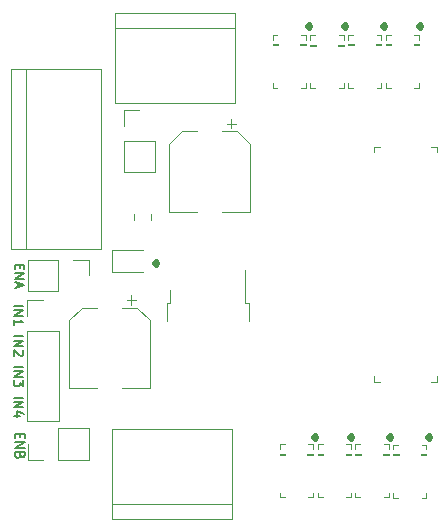
<source format=gbr>
G04 #@! TF.GenerationSoftware,KiCad,Pcbnew,5.1.5-52549c5~86~ubuntu16.04.1*
G04 #@! TF.CreationDate,2020-07-28T14:01:40+05:30*
G04 #@! TF.ProjectId,L298N_Motor_Driver_V1.0,4c323938-4e5f-44d6-9f74-6f725f447269,V1.0*
G04 #@! TF.SameCoordinates,Original*
G04 #@! TF.FileFunction,Legend,Top*
G04 #@! TF.FilePolarity,Positive*
%FSLAX46Y46*%
G04 Gerber Fmt 4.6, Leading zero omitted, Abs format (unit mm)*
G04 Created by KiCad (PCBNEW 5.1.5-52549c5~86~ubuntu16.04.1) date 2020-07-28 14:01:40*
%MOMM*%
%LPD*%
G04 APERTURE LIST*
%ADD10C,0.450000*%
%ADD11C,0.150000*%
%ADD12C,0.100000*%
%ADD13C,0.120000*%
G04 APERTURE END LIST*
D10*
X131064000Y-92003428D02*
X131206857Y-92146285D01*
X131064000Y-92289142D01*
X130921142Y-92146285D01*
X131064000Y-92003428D01*
X131064000Y-92289142D01*
X144526000Y-106735428D02*
X144668857Y-106878285D01*
X144526000Y-107021142D01*
X144383142Y-106878285D01*
X144526000Y-106735428D01*
X144526000Y-107021142D01*
X147574000Y-106735428D02*
X147716857Y-106878285D01*
X147574000Y-107021142D01*
X147431142Y-106878285D01*
X147574000Y-106735428D01*
X147574000Y-107021142D01*
X154178000Y-106735428D02*
X154320857Y-106878285D01*
X154178000Y-107021142D01*
X154035142Y-106878285D01*
X154178000Y-106735428D01*
X154178000Y-107021142D01*
X150876000Y-106735428D02*
X151018857Y-106878285D01*
X150876000Y-107021142D01*
X150733142Y-106878285D01*
X150876000Y-106735428D01*
X150876000Y-107021142D01*
X144018000Y-71937428D02*
X144160857Y-72080285D01*
X144018000Y-72223142D01*
X143875142Y-72080285D01*
X144018000Y-71937428D01*
X144018000Y-72223142D01*
X147066000Y-71937428D02*
X147208857Y-72080285D01*
X147066000Y-72223142D01*
X146923142Y-72080285D01*
X147066000Y-71937428D01*
X147066000Y-72223142D01*
X150368000Y-71937428D02*
X150510857Y-72080285D01*
X150368000Y-72223142D01*
X150225142Y-72080285D01*
X150368000Y-71937428D01*
X150368000Y-72223142D01*
X153416000Y-71937428D02*
X153558857Y-72080285D01*
X153416000Y-72223142D01*
X153273142Y-72080285D01*
X153416000Y-71937428D01*
X153416000Y-72223142D01*
D11*
X119564142Y-92310066D02*
X119564142Y-92576733D01*
X119145095Y-92691019D02*
X119145095Y-92310066D01*
X119945095Y-92310066D01*
X119945095Y-92691019D01*
X119145095Y-93033876D02*
X119945095Y-93033876D01*
X119145095Y-93491019D01*
X119945095Y-93491019D01*
X119373666Y-93833876D02*
X119373666Y-94214828D01*
X119145095Y-93757685D02*
X119945095Y-94024352D01*
X119145095Y-94291019D01*
X119589542Y-106603923D02*
X119589542Y-106870590D01*
X119170495Y-106984876D02*
X119170495Y-106603923D01*
X119970495Y-106603923D01*
X119970495Y-106984876D01*
X119170495Y-107327733D02*
X119970495Y-107327733D01*
X119170495Y-107784876D01*
X119970495Y-107784876D01*
X119589542Y-108432495D02*
X119551447Y-108546780D01*
X119513352Y-108584876D01*
X119437161Y-108622971D01*
X119322876Y-108622971D01*
X119246685Y-108584876D01*
X119208590Y-108546780D01*
X119170495Y-108470590D01*
X119170495Y-108165828D01*
X119970495Y-108165828D01*
X119970495Y-108432495D01*
X119932400Y-108508685D01*
X119894304Y-108546780D01*
X119818114Y-108584876D01*
X119741923Y-108584876D01*
X119665733Y-108546780D01*
X119627638Y-108508685D01*
X119589542Y-108432495D01*
X119589542Y-108165828D01*
X119068895Y-95771285D02*
X119868895Y-95771285D01*
X119068895Y-96152238D02*
X119868895Y-96152238D01*
X119068895Y-96609380D01*
X119868895Y-96609380D01*
X119068895Y-97409380D02*
X119068895Y-96952238D01*
X119068895Y-97180809D02*
X119868895Y-97180809D01*
X119754609Y-97104619D01*
X119678419Y-97028428D01*
X119640323Y-96952238D01*
X119068895Y-98361761D02*
X119868895Y-98361761D01*
X119068895Y-98742714D02*
X119868895Y-98742714D01*
X119068895Y-99199857D01*
X119868895Y-99199857D01*
X119792704Y-99542714D02*
X119830800Y-99580809D01*
X119868895Y-99657000D01*
X119868895Y-99847476D01*
X119830800Y-99923666D01*
X119792704Y-99961761D01*
X119716514Y-99999857D01*
X119640323Y-99999857D01*
X119526038Y-99961761D01*
X119068895Y-99504619D01*
X119068895Y-99999857D01*
X119068895Y-100952238D02*
X119868895Y-100952238D01*
X119068895Y-101333190D02*
X119868895Y-101333190D01*
X119068895Y-101790333D01*
X119868895Y-101790333D01*
X119868895Y-102095095D02*
X119868895Y-102590333D01*
X119564133Y-102323666D01*
X119564133Y-102437952D01*
X119526038Y-102514142D01*
X119487942Y-102552238D01*
X119411752Y-102590333D01*
X119221276Y-102590333D01*
X119145085Y-102552238D01*
X119106990Y-102514142D01*
X119068895Y-102437952D01*
X119068895Y-102209380D01*
X119106990Y-102133190D01*
X119145085Y-102095095D01*
X119068895Y-103542714D02*
X119868895Y-103542714D01*
X119068895Y-103923666D02*
X119868895Y-103923666D01*
X119068895Y-104380809D01*
X119868895Y-104380809D01*
X119602228Y-105104619D02*
X119068895Y-105104619D01*
X119906990Y-104914142D02*
X119335561Y-104723666D01*
X119335561Y-105218904D01*
D12*
X154884800Y-102188200D02*
X154884800Y-101688200D01*
X154884800Y-102188200D02*
X154384800Y-102188200D01*
X149584800Y-102188200D02*
X150084800Y-102188200D01*
X149584800Y-102188200D02*
X149584800Y-101688200D01*
X149584800Y-82288200D02*
X149584800Y-82788200D01*
X149584800Y-82288200D02*
X150084800Y-82288200D01*
X154884800Y-82388200D02*
X154884800Y-82788200D01*
X154884800Y-82288200D02*
X154384800Y-82288200D01*
X154884800Y-82288200D02*
X154884800Y-82388200D01*
X150167800Y-77332400D02*
X149767800Y-77332400D01*
X150167800Y-77332400D02*
X150167800Y-76932400D01*
X150167800Y-72832400D02*
X150167800Y-73232400D01*
X150167800Y-72832400D02*
X149767800Y-72832400D01*
X147367800Y-72832400D02*
X147767800Y-72832400D01*
X147367800Y-72832400D02*
X147367800Y-73232400D01*
X147367800Y-77332400D02*
X147767800Y-77332400D01*
X147367800Y-77332400D02*
X147367800Y-76932400D01*
X150167340Y-73718420D02*
X150167340Y-73642220D01*
X149702520Y-73718420D02*
X150167340Y-73718420D01*
X149702520Y-73642220D02*
X149702520Y-73718420D01*
X150167340Y-73642220D02*
X149702520Y-73642220D01*
X147365720Y-73718420D02*
X147365720Y-73642220D01*
X147825460Y-73718420D02*
X147365720Y-73718420D01*
X147825460Y-73642220D02*
X147825460Y-73718420D01*
X147365720Y-73642220D02*
X147825460Y-73642220D01*
D13*
X137744200Y-70967600D02*
X127584200Y-70967600D01*
X137744200Y-78587600D02*
X137744200Y-70967600D01*
X127584200Y-78587600D02*
X137744200Y-78587600D01*
X127584200Y-70967600D02*
X127584200Y-78587600D01*
X127584200Y-72237600D02*
X137744200Y-72237600D01*
D12*
X150777400Y-112003400D02*
X150377400Y-112003400D01*
X150777400Y-112003400D02*
X150777400Y-111603400D01*
X150777400Y-107503400D02*
X150777400Y-107903400D01*
X150777400Y-107503400D02*
X150377400Y-107503400D01*
X147977400Y-107503400D02*
X148377400Y-107503400D01*
X147977400Y-107503400D02*
X147977400Y-107903400D01*
X147977400Y-112003400D02*
X148377400Y-112003400D01*
X147977400Y-112003400D02*
X147977400Y-111603400D01*
X150776940Y-108389420D02*
X150776940Y-108313220D01*
X150312120Y-108389420D02*
X150776940Y-108389420D01*
X150312120Y-108313220D02*
X150312120Y-108389420D01*
X150776940Y-108313220D02*
X150312120Y-108313220D01*
X147975320Y-108389420D02*
X147975320Y-108313220D01*
X148435060Y-108389420D02*
X147975320Y-108389420D01*
X148435060Y-108313220D02*
X148435060Y-108389420D01*
X147975320Y-108313220D02*
X148435060Y-108313220D01*
X144376600Y-112003400D02*
X143976600Y-112003400D01*
X144376600Y-112003400D02*
X144376600Y-111603400D01*
X144376600Y-107503400D02*
X144376600Y-107903400D01*
X144376600Y-107503400D02*
X143976600Y-107503400D01*
X141576600Y-107503400D02*
X141976600Y-107503400D01*
X141576600Y-107503400D02*
X141576600Y-107903400D01*
X141576600Y-112003400D02*
X141976600Y-112003400D01*
X141576600Y-112003400D02*
X141576600Y-111603400D01*
X144376140Y-108389420D02*
X144376140Y-108313220D01*
X143911320Y-108389420D02*
X144376140Y-108389420D01*
X143911320Y-108313220D02*
X143911320Y-108389420D01*
X144376140Y-108313220D02*
X143911320Y-108313220D01*
X141574520Y-108389420D02*
X141574520Y-108313220D01*
X142034260Y-108389420D02*
X141574520Y-108389420D01*
X142034260Y-108313220D02*
X142034260Y-108389420D01*
X141574520Y-108313220D02*
X142034260Y-108313220D01*
X147602400Y-112003400D02*
X147202400Y-112003400D01*
X147602400Y-112003400D02*
X147602400Y-111603400D01*
X147602400Y-107503400D02*
X147602400Y-107903400D01*
X147602400Y-107503400D02*
X147202400Y-107503400D01*
X144802400Y-107503400D02*
X145202400Y-107503400D01*
X144802400Y-107503400D02*
X144802400Y-107903400D01*
X144802400Y-112003400D02*
X145202400Y-112003400D01*
X144802400Y-112003400D02*
X144802400Y-111603400D01*
X147601940Y-108389420D02*
X147601940Y-108313220D01*
X147137120Y-108389420D02*
X147601940Y-108389420D01*
X147137120Y-108313220D02*
X147137120Y-108389420D01*
X147601940Y-108313220D02*
X147137120Y-108313220D01*
X144800320Y-108389420D02*
X144800320Y-108313220D01*
X145260060Y-108389420D02*
X144800320Y-108389420D01*
X145260060Y-108313220D02*
X145260060Y-108389420D01*
X144800320Y-108313220D02*
X145260060Y-108313220D01*
X153368200Y-77332400D02*
X152968200Y-77332400D01*
X153368200Y-77332400D02*
X153368200Y-76932400D01*
X153368200Y-72832400D02*
X153368200Y-73232400D01*
X153368200Y-72832400D02*
X152968200Y-72832400D01*
X150568200Y-72832400D02*
X150968200Y-72832400D01*
X150568200Y-72832400D02*
X150568200Y-73232400D01*
X150568200Y-77332400D02*
X150968200Y-77332400D01*
X150568200Y-77332400D02*
X150568200Y-76932400D01*
X153367740Y-73718420D02*
X153367740Y-73642220D01*
X152902920Y-73718420D02*
X153367740Y-73718420D01*
X152902920Y-73642220D02*
X152902920Y-73718420D01*
X153367740Y-73642220D02*
X152902920Y-73642220D01*
X150566120Y-73718420D02*
X150566120Y-73642220D01*
X151025860Y-73718420D02*
X150566120Y-73718420D01*
X151025860Y-73642220D02*
X151025860Y-73718420D01*
X150566120Y-73642220D02*
X151025860Y-73642220D01*
X143767000Y-77332400D02*
X143367000Y-77332400D01*
X143767000Y-77332400D02*
X143767000Y-76932400D01*
X143767000Y-72832400D02*
X143767000Y-73232400D01*
X143767000Y-72832400D02*
X143367000Y-72832400D01*
X140967000Y-72832400D02*
X141367000Y-72832400D01*
X140967000Y-72832400D02*
X140967000Y-73232400D01*
X140967000Y-77332400D02*
X141367000Y-77332400D01*
X140967000Y-77332400D02*
X140967000Y-76932400D01*
X143766540Y-73718420D02*
X143766540Y-73642220D01*
X143301720Y-73718420D02*
X143766540Y-73718420D01*
X143301720Y-73642220D02*
X143301720Y-73718420D01*
X143766540Y-73642220D02*
X143301720Y-73642220D01*
X140964920Y-73718420D02*
X140964920Y-73642220D01*
X141424660Y-73718420D02*
X140964920Y-73718420D01*
X141424660Y-73642220D02*
X141424660Y-73718420D01*
X140964920Y-73642220D02*
X141424660Y-73642220D01*
X146967400Y-77351200D02*
X146567400Y-77351200D01*
X146967400Y-77351200D02*
X146967400Y-76951200D01*
X146967400Y-72851200D02*
X146967400Y-73251200D01*
X146967400Y-72851200D02*
X146567400Y-72851200D01*
X144167400Y-72851200D02*
X144567400Y-72851200D01*
X144167400Y-72851200D02*
X144167400Y-73251200D01*
X144167400Y-77351200D02*
X144567400Y-77351200D01*
X144167400Y-77351200D02*
X144167400Y-76951200D01*
X146966940Y-73737220D02*
X146966940Y-73661020D01*
X146502120Y-73737220D02*
X146966940Y-73737220D01*
X146502120Y-73661020D02*
X146502120Y-73737220D01*
X146966940Y-73661020D02*
X146502120Y-73661020D01*
X144165320Y-73737220D02*
X144165320Y-73661020D01*
X144625060Y-73737220D02*
X144165320Y-73737220D01*
X144625060Y-73661020D02*
X144625060Y-73737220D01*
X144165320Y-73661020D02*
X144625060Y-73661020D01*
X153977800Y-112028800D02*
X153577800Y-112028800D01*
X153977800Y-112028800D02*
X153977800Y-111628800D01*
X153977800Y-107528800D02*
X153977800Y-107928800D01*
X153977800Y-107528800D02*
X153577800Y-107528800D01*
X151177800Y-107528800D02*
X151577800Y-107528800D01*
X151177800Y-107528800D02*
X151177800Y-107928800D01*
X151177800Y-112028800D02*
X151577800Y-112028800D01*
X151177800Y-112028800D02*
X151177800Y-111628800D01*
X153977340Y-108414820D02*
X153977340Y-108338620D01*
X153512520Y-108414820D02*
X153977340Y-108414820D01*
X153512520Y-108338620D02*
X153512520Y-108414820D01*
X153977340Y-108338620D02*
X153512520Y-108338620D01*
X151175720Y-108414820D02*
X151175720Y-108338620D01*
X151635460Y-108414820D02*
X151175720Y-108414820D01*
X151635460Y-108338620D02*
X151635460Y-108414820D01*
X151175720Y-108338620D02*
X151635460Y-108338620D01*
D13*
X132303600Y-95548600D02*
X132303600Y-94448600D01*
X132033600Y-95548600D02*
X132303600Y-95548600D01*
X132033600Y-97048600D02*
X132033600Y-95548600D01*
X138663600Y-95548600D02*
X138663600Y-92718600D01*
X138933600Y-95548600D02*
X138663600Y-95548600D01*
X138933600Y-97048600D02*
X138933600Y-95548600D01*
X129236400Y-87983322D02*
X129236400Y-88500478D01*
X130656400Y-87983322D02*
X130656400Y-88500478D01*
X128362400Y-79213400D02*
X129692400Y-79213400D01*
X128362400Y-80543400D02*
X128362400Y-79213400D01*
X128362400Y-81813400D02*
X131022400Y-81813400D01*
X131022400Y-81813400D02*
X131022400Y-84413400D01*
X128362400Y-81813400D02*
X128362400Y-84413400D01*
X128362400Y-84413400D02*
X131022400Y-84413400D01*
X118846600Y-75742800D02*
X118846600Y-90982800D01*
X126466600Y-75742800D02*
X126466600Y-90982800D01*
X120116600Y-75742800D02*
X120116600Y-90982800D01*
X118846600Y-90982800D02*
X126466600Y-90982800D01*
X118846600Y-75742800D02*
X126466600Y-75742800D01*
X120234400Y-108822800D02*
X120234400Y-107492800D01*
X121564400Y-108822800D02*
X120234400Y-108822800D01*
X122834400Y-108822800D02*
X122834400Y-106162800D01*
X122834400Y-106162800D02*
X125434400Y-106162800D01*
X122834400Y-108822800D02*
X125434400Y-108822800D01*
X125434400Y-108822800D02*
X125434400Y-106162800D01*
X127406400Y-113792000D02*
X137566400Y-113792000D01*
X127406400Y-106172000D02*
X127406400Y-113792000D01*
X137566400Y-106172000D02*
X127406400Y-106172000D01*
X137566400Y-113792000D02*
X137566400Y-106172000D01*
X137566400Y-112522000D02*
X127406400Y-112522000D01*
X125434400Y-91862600D02*
X125434400Y-93192600D01*
X124104400Y-91862600D02*
X125434400Y-91862600D01*
X122834400Y-91862600D02*
X122834400Y-94522600D01*
X122834400Y-94522600D02*
X120234400Y-94522600D01*
X122834400Y-91862600D02*
X120234400Y-91862600D01*
X120234400Y-91862600D02*
X120234400Y-94522600D01*
X120209000Y-95266200D02*
X121539000Y-95266200D01*
X120209000Y-96596200D02*
X120209000Y-95266200D01*
X120209000Y-97866200D02*
X122869000Y-97866200D01*
X122869000Y-97866200D02*
X122869000Y-105546200D01*
X120209000Y-97866200D02*
X120209000Y-105546200D01*
X120209000Y-105546200D02*
X122869000Y-105546200D01*
X127323900Y-92933400D02*
X130008900Y-92933400D01*
X127323900Y-91013400D02*
X127323900Y-92933400D01*
X130008900Y-91013400D02*
X127323900Y-91013400D01*
X129393650Y-95295650D02*
X128606150Y-95295650D01*
X128999900Y-94901900D02*
X128999900Y-95689400D01*
X124806837Y-95929400D02*
X123742400Y-96993837D01*
X129497963Y-95929400D02*
X130562400Y-96993837D01*
X129497963Y-95929400D02*
X128212400Y-95929400D01*
X124806837Y-95929400D02*
X126092400Y-95929400D01*
X123742400Y-96993837D02*
X123742400Y-102749400D01*
X130562400Y-96993837D02*
X130562400Y-102749400D01*
X130562400Y-102749400D02*
X128212400Y-102749400D01*
X123742400Y-102749400D02*
X126092400Y-102749400D01*
X137851850Y-80360450D02*
X137064350Y-80360450D01*
X137458100Y-79966700D02*
X137458100Y-80754200D01*
X133265037Y-80994200D02*
X132200600Y-82058637D01*
X137956163Y-80994200D02*
X139020600Y-82058637D01*
X137956163Y-80994200D02*
X136670600Y-80994200D01*
X133265037Y-80994200D02*
X134550600Y-80994200D01*
X132200600Y-82058637D02*
X132200600Y-87814200D01*
X139020600Y-82058637D02*
X139020600Y-87814200D01*
X139020600Y-87814200D02*
X136670600Y-87814200D01*
X132200600Y-87814200D02*
X134550600Y-87814200D01*
M02*

</source>
